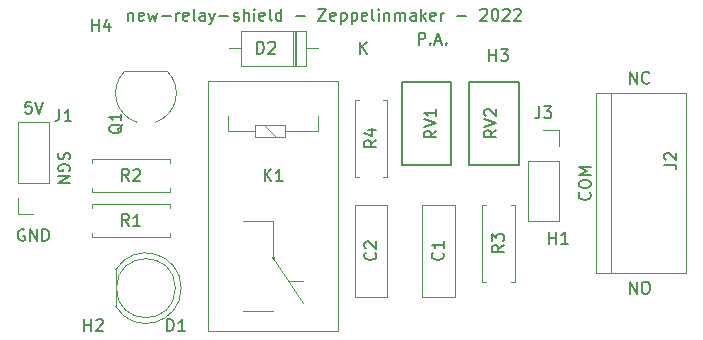
<source format=gbr>
G04 #@! TF.GenerationSoftware,KiCad,Pcbnew,(5.1.4-0-10_14)*
G04 #@! TF.CreationDate,2022-05-28T07:52:33+02:00*
G04 #@! TF.ProjectId,new_rele,6e65775f-7265-46c6-952e-6b696361645f,rev?*
G04 #@! TF.SameCoordinates,Original*
G04 #@! TF.FileFunction,Legend,Top*
G04 #@! TF.FilePolarity,Positive*
%FSLAX46Y46*%
G04 Gerber Fmt 4.6, Leading zero omitted, Abs format (unit mm)*
G04 Created by KiCad (PCBNEW (5.1.4-0-10_14)) date 2022-05-28 07:52:33*
%MOMM*%
%LPD*%
G04 APERTURE LIST*
%ADD10C,0.150000*%
%ADD11C,0.120000*%
G04 APERTURE END LIST*
D10*
X68175333Y-47950380D02*
X68175333Y-46950380D01*
X68556285Y-46950380D01*
X68651523Y-46998000D01*
X68699142Y-47045619D01*
X68746761Y-47140857D01*
X68746761Y-47283714D01*
X68699142Y-47378952D01*
X68651523Y-47426571D01*
X68556285Y-47474190D01*
X68175333Y-47474190D01*
X69175333Y-47855142D02*
X69222952Y-47902761D01*
X69175333Y-47950380D01*
X69127714Y-47902761D01*
X69175333Y-47855142D01*
X69175333Y-47950380D01*
X69603904Y-47664666D02*
X70080095Y-47664666D01*
X69508666Y-47950380D02*
X69842000Y-46950380D01*
X70175333Y-47950380D01*
X70508666Y-47855142D02*
X70556285Y-47902761D01*
X70508666Y-47950380D01*
X70461047Y-47902761D01*
X70508666Y-47855142D01*
X70508666Y-47950380D01*
X43602761Y-45251714D02*
X43602761Y-45918380D01*
X43602761Y-45346952D02*
X43650380Y-45299333D01*
X43745619Y-45251714D01*
X43888476Y-45251714D01*
X43983714Y-45299333D01*
X44031333Y-45394571D01*
X44031333Y-45918380D01*
X44888476Y-45870761D02*
X44793238Y-45918380D01*
X44602761Y-45918380D01*
X44507523Y-45870761D01*
X44459904Y-45775523D01*
X44459904Y-45394571D01*
X44507523Y-45299333D01*
X44602761Y-45251714D01*
X44793238Y-45251714D01*
X44888476Y-45299333D01*
X44936095Y-45394571D01*
X44936095Y-45489809D01*
X44459904Y-45585047D01*
X45269428Y-45251714D02*
X45459904Y-45918380D01*
X45650380Y-45442190D01*
X45840857Y-45918380D01*
X46031333Y-45251714D01*
X46412285Y-45537428D02*
X47174190Y-45537428D01*
X47650380Y-45918380D02*
X47650380Y-45251714D01*
X47650380Y-45442190D02*
X47698000Y-45346952D01*
X47745619Y-45299333D01*
X47840857Y-45251714D01*
X47936095Y-45251714D01*
X48650380Y-45870761D02*
X48555142Y-45918380D01*
X48364666Y-45918380D01*
X48269428Y-45870761D01*
X48221809Y-45775523D01*
X48221809Y-45394571D01*
X48269428Y-45299333D01*
X48364666Y-45251714D01*
X48555142Y-45251714D01*
X48650380Y-45299333D01*
X48698000Y-45394571D01*
X48698000Y-45489809D01*
X48221809Y-45585047D01*
X49269428Y-45918380D02*
X49174190Y-45870761D01*
X49126571Y-45775523D01*
X49126571Y-44918380D01*
X50078952Y-45918380D02*
X50078952Y-45394571D01*
X50031333Y-45299333D01*
X49936095Y-45251714D01*
X49745619Y-45251714D01*
X49650380Y-45299333D01*
X50078952Y-45870761D02*
X49983714Y-45918380D01*
X49745619Y-45918380D01*
X49650380Y-45870761D01*
X49602761Y-45775523D01*
X49602761Y-45680285D01*
X49650380Y-45585047D01*
X49745619Y-45537428D01*
X49983714Y-45537428D01*
X50078952Y-45489809D01*
X50459904Y-45251714D02*
X50698000Y-45918380D01*
X50936095Y-45251714D02*
X50698000Y-45918380D01*
X50602761Y-46156476D01*
X50555142Y-46204095D01*
X50459904Y-46251714D01*
X51317047Y-45537428D02*
X52078952Y-45537428D01*
X52507523Y-45870761D02*
X52602761Y-45918380D01*
X52793238Y-45918380D01*
X52888476Y-45870761D01*
X52936095Y-45775523D01*
X52936095Y-45727904D01*
X52888476Y-45632666D01*
X52793238Y-45585047D01*
X52650380Y-45585047D01*
X52555142Y-45537428D01*
X52507523Y-45442190D01*
X52507523Y-45394571D01*
X52555142Y-45299333D01*
X52650380Y-45251714D01*
X52793238Y-45251714D01*
X52888476Y-45299333D01*
X53364666Y-45918380D02*
X53364666Y-44918380D01*
X53793238Y-45918380D02*
X53793238Y-45394571D01*
X53745619Y-45299333D01*
X53650380Y-45251714D01*
X53507523Y-45251714D01*
X53412285Y-45299333D01*
X53364666Y-45346952D01*
X54269428Y-45918380D02*
X54269428Y-45251714D01*
X54269428Y-44918380D02*
X54221809Y-44966000D01*
X54269428Y-45013619D01*
X54317047Y-44966000D01*
X54269428Y-44918380D01*
X54269428Y-45013619D01*
X55126571Y-45870761D02*
X55031333Y-45918380D01*
X54840857Y-45918380D01*
X54745619Y-45870761D01*
X54698000Y-45775523D01*
X54698000Y-45394571D01*
X54745619Y-45299333D01*
X54840857Y-45251714D01*
X55031333Y-45251714D01*
X55126571Y-45299333D01*
X55174190Y-45394571D01*
X55174190Y-45489809D01*
X54698000Y-45585047D01*
X55745619Y-45918380D02*
X55650380Y-45870761D01*
X55602761Y-45775523D01*
X55602761Y-44918380D01*
X56555142Y-45918380D02*
X56555142Y-44918380D01*
X56555142Y-45870761D02*
X56459904Y-45918380D01*
X56269428Y-45918380D01*
X56174190Y-45870761D01*
X56126571Y-45823142D01*
X56078952Y-45727904D01*
X56078952Y-45442190D01*
X56126571Y-45346952D01*
X56174190Y-45299333D01*
X56269428Y-45251714D01*
X56459904Y-45251714D01*
X56555142Y-45299333D01*
X57793238Y-45537428D02*
X58555142Y-45537428D01*
X59698000Y-44918380D02*
X60364666Y-44918380D01*
X59698000Y-45918380D01*
X60364666Y-45918380D01*
X61126571Y-45870761D02*
X61031333Y-45918380D01*
X60840857Y-45918380D01*
X60745619Y-45870761D01*
X60698000Y-45775523D01*
X60698000Y-45394571D01*
X60745619Y-45299333D01*
X60840857Y-45251714D01*
X61031333Y-45251714D01*
X61126571Y-45299333D01*
X61174190Y-45394571D01*
X61174190Y-45489809D01*
X60698000Y-45585047D01*
X61602761Y-45251714D02*
X61602761Y-46251714D01*
X61602761Y-45299333D02*
X61698000Y-45251714D01*
X61888476Y-45251714D01*
X61983714Y-45299333D01*
X62031333Y-45346952D01*
X62078952Y-45442190D01*
X62078952Y-45727904D01*
X62031333Y-45823142D01*
X61983714Y-45870761D01*
X61888476Y-45918380D01*
X61698000Y-45918380D01*
X61602761Y-45870761D01*
X62507523Y-45251714D02*
X62507523Y-46251714D01*
X62507523Y-45299333D02*
X62602761Y-45251714D01*
X62793238Y-45251714D01*
X62888476Y-45299333D01*
X62936095Y-45346952D01*
X62983714Y-45442190D01*
X62983714Y-45727904D01*
X62936095Y-45823142D01*
X62888476Y-45870761D01*
X62793238Y-45918380D01*
X62602761Y-45918380D01*
X62507523Y-45870761D01*
X63793238Y-45870761D02*
X63698000Y-45918380D01*
X63507523Y-45918380D01*
X63412285Y-45870761D01*
X63364666Y-45775523D01*
X63364666Y-45394571D01*
X63412285Y-45299333D01*
X63507523Y-45251714D01*
X63698000Y-45251714D01*
X63793238Y-45299333D01*
X63840857Y-45394571D01*
X63840857Y-45489809D01*
X63364666Y-45585047D01*
X64412285Y-45918380D02*
X64317047Y-45870761D01*
X64269428Y-45775523D01*
X64269428Y-44918380D01*
X64793238Y-45918380D02*
X64793238Y-45251714D01*
X64793238Y-44918380D02*
X64745619Y-44966000D01*
X64793238Y-45013619D01*
X64840857Y-44966000D01*
X64793238Y-44918380D01*
X64793238Y-45013619D01*
X65269428Y-45251714D02*
X65269428Y-45918380D01*
X65269428Y-45346952D02*
X65317047Y-45299333D01*
X65412285Y-45251714D01*
X65555142Y-45251714D01*
X65650380Y-45299333D01*
X65698000Y-45394571D01*
X65698000Y-45918380D01*
X66174190Y-45918380D02*
X66174190Y-45251714D01*
X66174190Y-45346952D02*
X66221809Y-45299333D01*
X66317047Y-45251714D01*
X66459904Y-45251714D01*
X66555142Y-45299333D01*
X66602761Y-45394571D01*
X66602761Y-45918380D01*
X66602761Y-45394571D02*
X66650380Y-45299333D01*
X66745619Y-45251714D01*
X66888476Y-45251714D01*
X66983714Y-45299333D01*
X67031333Y-45394571D01*
X67031333Y-45918380D01*
X67936095Y-45918380D02*
X67936095Y-45394571D01*
X67888476Y-45299333D01*
X67793238Y-45251714D01*
X67602761Y-45251714D01*
X67507523Y-45299333D01*
X67936095Y-45870761D02*
X67840857Y-45918380D01*
X67602761Y-45918380D01*
X67507523Y-45870761D01*
X67459904Y-45775523D01*
X67459904Y-45680285D01*
X67507523Y-45585047D01*
X67602761Y-45537428D01*
X67840857Y-45537428D01*
X67936095Y-45489809D01*
X68412285Y-45918380D02*
X68412285Y-44918380D01*
X68507523Y-45537428D02*
X68793238Y-45918380D01*
X68793238Y-45251714D02*
X68412285Y-45632666D01*
X69602761Y-45870761D02*
X69507523Y-45918380D01*
X69317047Y-45918380D01*
X69221809Y-45870761D01*
X69174190Y-45775523D01*
X69174190Y-45394571D01*
X69221809Y-45299333D01*
X69317047Y-45251714D01*
X69507523Y-45251714D01*
X69602761Y-45299333D01*
X69650380Y-45394571D01*
X69650380Y-45489809D01*
X69174190Y-45585047D01*
X70078952Y-45918380D02*
X70078952Y-45251714D01*
X70078952Y-45442190D02*
X70126571Y-45346952D01*
X70174190Y-45299333D01*
X70269428Y-45251714D01*
X70364666Y-45251714D01*
X71459904Y-45537428D02*
X72221809Y-45537428D01*
X73412285Y-45013619D02*
X73459904Y-44966000D01*
X73555142Y-44918380D01*
X73793238Y-44918380D01*
X73888476Y-44966000D01*
X73936095Y-45013619D01*
X73983714Y-45108857D01*
X73983714Y-45204095D01*
X73936095Y-45346952D01*
X73364666Y-45918380D01*
X73983714Y-45918380D01*
X74602761Y-44918380D02*
X74698000Y-44918380D01*
X74793238Y-44966000D01*
X74840857Y-45013619D01*
X74888476Y-45108857D01*
X74936095Y-45299333D01*
X74936095Y-45537428D01*
X74888476Y-45727904D01*
X74840857Y-45823142D01*
X74793238Y-45870761D01*
X74698000Y-45918380D01*
X74602761Y-45918380D01*
X74507523Y-45870761D01*
X74459904Y-45823142D01*
X74412285Y-45727904D01*
X74364666Y-45537428D01*
X74364666Y-45299333D01*
X74412285Y-45108857D01*
X74459904Y-45013619D01*
X74507523Y-44966000D01*
X74602761Y-44918380D01*
X75317047Y-45013619D02*
X75364666Y-44966000D01*
X75459904Y-44918380D01*
X75698000Y-44918380D01*
X75793238Y-44966000D01*
X75840857Y-45013619D01*
X75888476Y-45108857D01*
X75888476Y-45204095D01*
X75840857Y-45346952D01*
X75269428Y-45918380D01*
X75888476Y-45918380D01*
X76269428Y-45013619D02*
X76317047Y-44966000D01*
X76412285Y-44918380D01*
X76650380Y-44918380D01*
X76745619Y-44966000D01*
X76793238Y-45013619D01*
X76840857Y-45108857D01*
X76840857Y-45204095D01*
X76793238Y-45346952D01*
X76221809Y-45918380D01*
X76840857Y-45918380D01*
X86082285Y-51252380D02*
X86082285Y-50252380D01*
X86653714Y-51252380D01*
X86653714Y-50252380D01*
X87701333Y-51157142D02*
X87653714Y-51204761D01*
X87510857Y-51252380D01*
X87415619Y-51252380D01*
X87272761Y-51204761D01*
X87177523Y-51109523D01*
X87129904Y-51014285D01*
X87082285Y-50823809D01*
X87082285Y-50680952D01*
X87129904Y-50490476D01*
X87177523Y-50395238D01*
X87272761Y-50300000D01*
X87415619Y-50252380D01*
X87510857Y-50252380D01*
X87653714Y-50300000D01*
X87701333Y-50347619D01*
X86058476Y-69032380D02*
X86058476Y-68032380D01*
X86629904Y-69032380D01*
X86629904Y-68032380D01*
X87296571Y-68032380D02*
X87487047Y-68032380D01*
X87582285Y-68080000D01*
X87677523Y-68175238D01*
X87725142Y-68365714D01*
X87725142Y-68699047D01*
X87677523Y-68889523D01*
X87582285Y-68984761D01*
X87487047Y-69032380D01*
X87296571Y-69032380D01*
X87201333Y-68984761D01*
X87106095Y-68889523D01*
X87058476Y-68699047D01*
X87058476Y-68365714D01*
X87106095Y-68175238D01*
X87201333Y-68080000D01*
X87296571Y-68032380D01*
X82653142Y-60475714D02*
X82700761Y-60523333D01*
X82748380Y-60666190D01*
X82748380Y-60761428D01*
X82700761Y-60904285D01*
X82605523Y-60999523D01*
X82510285Y-61047142D01*
X82319809Y-61094761D01*
X82176952Y-61094761D01*
X81986476Y-61047142D01*
X81891238Y-60999523D01*
X81796000Y-60904285D01*
X81748380Y-60761428D01*
X81748380Y-60666190D01*
X81796000Y-60523333D01*
X81843619Y-60475714D01*
X81748380Y-59856666D02*
X81748380Y-59666190D01*
X81796000Y-59570952D01*
X81891238Y-59475714D01*
X82081714Y-59428095D01*
X82415047Y-59428095D01*
X82605523Y-59475714D01*
X82700761Y-59570952D01*
X82748380Y-59666190D01*
X82748380Y-59856666D01*
X82700761Y-59951904D01*
X82605523Y-60047142D01*
X82415047Y-60094761D01*
X82081714Y-60094761D01*
X81891238Y-60047142D01*
X81796000Y-59951904D01*
X81748380Y-59856666D01*
X82748380Y-58999523D02*
X81748380Y-58999523D01*
X82462666Y-58666190D01*
X81748380Y-58332857D01*
X82748380Y-58332857D01*
X37695238Y-57110476D02*
X37647619Y-57253333D01*
X37647619Y-57491428D01*
X37695238Y-57586666D01*
X37742857Y-57634285D01*
X37838095Y-57681904D01*
X37933333Y-57681904D01*
X38028571Y-57634285D01*
X38076190Y-57586666D01*
X38123809Y-57491428D01*
X38171428Y-57300952D01*
X38219047Y-57205714D01*
X38266666Y-57158095D01*
X38361904Y-57110476D01*
X38457142Y-57110476D01*
X38552380Y-57158095D01*
X38600000Y-57205714D01*
X38647619Y-57300952D01*
X38647619Y-57539047D01*
X38600000Y-57681904D01*
X38600000Y-58634285D02*
X38647619Y-58539047D01*
X38647619Y-58396190D01*
X38600000Y-58253333D01*
X38504761Y-58158095D01*
X38409523Y-58110476D01*
X38219047Y-58062857D01*
X38076190Y-58062857D01*
X37885714Y-58110476D01*
X37790476Y-58158095D01*
X37695238Y-58253333D01*
X37647619Y-58396190D01*
X37647619Y-58491428D01*
X37695238Y-58634285D01*
X37742857Y-58681904D01*
X38076190Y-58681904D01*
X38076190Y-58491428D01*
X37647619Y-59110476D02*
X38647619Y-59110476D01*
X37647619Y-59681904D01*
X38647619Y-59681904D01*
X35369523Y-52792380D02*
X34893333Y-52792380D01*
X34845714Y-53268571D01*
X34893333Y-53220952D01*
X34988571Y-53173333D01*
X35226666Y-53173333D01*
X35321904Y-53220952D01*
X35369523Y-53268571D01*
X35417142Y-53363809D01*
X35417142Y-53601904D01*
X35369523Y-53697142D01*
X35321904Y-53744761D01*
X35226666Y-53792380D01*
X34988571Y-53792380D01*
X34893333Y-53744761D01*
X34845714Y-53697142D01*
X35702857Y-52792380D02*
X36036190Y-53792380D01*
X36369523Y-52792380D01*
X34798095Y-63635000D02*
X34702857Y-63587380D01*
X34560000Y-63587380D01*
X34417142Y-63635000D01*
X34321904Y-63730238D01*
X34274285Y-63825476D01*
X34226666Y-64015952D01*
X34226666Y-64158809D01*
X34274285Y-64349285D01*
X34321904Y-64444523D01*
X34417142Y-64539761D01*
X34560000Y-64587380D01*
X34655238Y-64587380D01*
X34798095Y-64539761D01*
X34845714Y-64492142D01*
X34845714Y-64158809D01*
X34655238Y-64158809D01*
X35274285Y-64587380D02*
X35274285Y-63587380D01*
X35845714Y-64587380D01*
X35845714Y-63587380D01*
X36321904Y-64587380D02*
X36321904Y-63587380D01*
X36560000Y-63587380D01*
X36702857Y-63635000D01*
X36798095Y-63730238D01*
X36845714Y-63825476D01*
X36893333Y-64015952D01*
X36893333Y-64158809D01*
X36845714Y-64349285D01*
X36798095Y-64444523D01*
X36702857Y-64539761D01*
X36560000Y-64587380D01*
X36321904Y-64587380D01*
D11*
X68480000Y-69315000D02*
X68480000Y-61575000D01*
X71220000Y-69315000D02*
X71220000Y-61575000D01*
X68480000Y-69315000D02*
X71220000Y-69315000D01*
X68480000Y-61575000D02*
X71220000Y-61575000D01*
X62765000Y-61575000D02*
X65505000Y-61575000D01*
X62765000Y-69315000D02*
X65505000Y-69315000D01*
X65505000Y-69315000D02*
X65505000Y-61575000D01*
X62765000Y-69315000D02*
X62765000Y-61575000D01*
X48075000Y-68580462D02*
G75*
G03X42525000Y-67035170I-2990000J462D01*
G01*
X48075000Y-68579538D02*
G75*
G02X42525000Y-70124830I-2990000J-462D01*
G01*
X47585000Y-68580000D02*
G75*
G03X47585000Y-68580000I-2500000J0D01*
G01*
X42525000Y-67035000D02*
X42525000Y-70125000D01*
X58600000Y-49730000D02*
X58600000Y-46790000D01*
X58600000Y-46790000D02*
X53160000Y-46790000D01*
X53160000Y-46790000D02*
X53160000Y-49730000D01*
X53160000Y-49730000D02*
X58600000Y-49730000D01*
X59620000Y-48260000D02*
X58600000Y-48260000D01*
X52140000Y-48260000D02*
X53160000Y-48260000D01*
X57700000Y-49730000D02*
X57700000Y-46790000D01*
X57580000Y-49730000D02*
X57580000Y-46790000D01*
X57820000Y-49730000D02*
X57820000Y-46790000D01*
X36890000Y-59690000D02*
X34230000Y-59690000D01*
X36890000Y-59690000D02*
X36890000Y-54550000D01*
X36890000Y-54550000D02*
X34230000Y-54550000D01*
X34230000Y-59690000D02*
X34230000Y-54550000D01*
X34230000Y-62290000D02*
X34230000Y-60960000D01*
X35560000Y-62290000D02*
X34230000Y-62290000D01*
X83185000Y-52070000D02*
X90805000Y-52070000D01*
X83185000Y-67310000D02*
X90805000Y-67310000D01*
X84455000Y-52070000D02*
X84455000Y-67310000D01*
X90805000Y-52070000D02*
X90805000Y-67310000D01*
X83185000Y-52070000D02*
X83185000Y-67310000D01*
X78740000Y-55185000D02*
X80070000Y-55185000D01*
X80070000Y-55185000D02*
X80070000Y-56515000D01*
X80070000Y-57785000D02*
X80070000Y-62925000D01*
X77410000Y-62925000D02*
X80070000Y-62925000D01*
X77410000Y-57785000D02*
X77410000Y-62925000D01*
X77410000Y-57785000D02*
X80070000Y-57785000D01*
X46885000Y-50220000D02*
X43285000Y-50220000D01*
X46896875Y-50228259D02*
G75*
G02X45905000Y-54520000I-1811875J-1841741D01*
G01*
X43276555Y-50242316D02*
G75*
G03X44305000Y-54520000I1808445J-1827684D01*
G01*
X47085000Y-64235000D02*
X47085000Y-63905000D01*
X40545000Y-64235000D02*
X47085000Y-64235000D01*
X40545000Y-63905000D02*
X40545000Y-64235000D01*
X47085000Y-61495000D02*
X47085000Y-61825000D01*
X40545000Y-61495000D02*
X47085000Y-61495000D01*
X40545000Y-61825000D02*
X40545000Y-61495000D01*
X47085000Y-60095000D02*
X47085000Y-60425000D01*
X47085000Y-60425000D02*
X40545000Y-60425000D01*
X40545000Y-60425000D02*
X40545000Y-60095000D01*
X47085000Y-58015000D02*
X47085000Y-57685000D01*
X47085000Y-57685000D02*
X40545000Y-57685000D01*
X40545000Y-57685000D02*
X40545000Y-58015000D01*
X75970000Y-61500000D02*
X76300000Y-61500000D01*
X76300000Y-61500000D02*
X76300000Y-68040000D01*
X76300000Y-68040000D02*
X75970000Y-68040000D01*
X73890000Y-61500000D02*
X73560000Y-61500000D01*
X73560000Y-61500000D02*
X73560000Y-68040000D01*
X73560000Y-68040000D02*
X73890000Y-68040000D01*
X65505000Y-52610000D02*
X65175000Y-52610000D01*
X65505000Y-59150000D02*
X65505000Y-52610000D01*
X65175000Y-59150000D02*
X65505000Y-59150000D01*
X62765000Y-52610000D02*
X63095000Y-52610000D01*
X62765000Y-59150000D02*
X62765000Y-52610000D01*
X63095000Y-59150000D02*
X62765000Y-59150000D01*
D10*
X70945000Y-58150000D02*
X70945000Y-51150000D01*
X66745000Y-58150000D02*
X66745000Y-51150000D01*
X66745000Y-51150000D02*
X70945000Y-51150000D01*
X66745000Y-58150000D02*
X70945000Y-58150000D01*
X72460000Y-58150000D02*
X76660000Y-58150000D01*
X72460000Y-51150000D02*
X76660000Y-51150000D01*
X72460000Y-58150000D02*
X72460000Y-51150000D01*
X76660000Y-58150000D02*
X76660000Y-51150000D01*
D11*
X53340000Y-70485000D02*
X55880000Y-70485000D01*
X55880000Y-66040000D02*
X58420000Y-69850000D01*
X58420000Y-67945000D02*
X57150000Y-67945000D01*
X53340000Y-62865000D02*
X55880000Y-62865000D01*
X55880000Y-62865000D02*
X55880000Y-66040000D01*
X55120000Y-54735000D02*
X56130000Y-55755000D01*
X59690000Y-55245000D02*
X59690000Y-53975000D01*
X56900000Y-55245000D02*
X59690000Y-55245000D01*
X52070000Y-55245000D02*
X54360000Y-55245000D01*
X52070000Y-53975000D02*
X52070000Y-55245000D01*
X54360000Y-55245000D02*
X54360000Y-54735000D01*
X54360000Y-54735000D02*
X56900000Y-54735000D01*
X56900000Y-54735000D02*
X56900000Y-55245000D01*
X56900000Y-55245000D02*
X56900000Y-55755000D01*
X56900000Y-55755000D02*
X54360000Y-55755000D01*
X54360000Y-55755000D02*
X54360000Y-55245000D01*
X50380000Y-51025000D02*
X50380000Y-72165000D01*
X50380000Y-72165000D02*
X61380000Y-72165000D01*
X50380000Y-51025000D02*
X61380000Y-51025000D01*
X61380000Y-51025000D02*
X61380000Y-72165000D01*
X56007000Y-66040000D02*
G75*
G03X56007000Y-66040000I-127000J0D01*
G01*
D10*
X70207142Y-65571666D02*
X70254761Y-65619285D01*
X70302380Y-65762142D01*
X70302380Y-65857380D01*
X70254761Y-66000238D01*
X70159523Y-66095476D01*
X70064285Y-66143095D01*
X69873809Y-66190714D01*
X69730952Y-66190714D01*
X69540476Y-66143095D01*
X69445238Y-66095476D01*
X69350000Y-66000238D01*
X69302380Y-65857380D01*
X69302380Y-65762142D01*
X69350000Y-65619285D01*
X69397619Y-65571666D01*
X70302380Y-64619285D02*
X70302380Y-65190714D01*
X70302380Y-64905000D02*
X69302380Y-64905000D01*
X69445238Y-65000238D01*
X69540476Y-65095476D01*
X69588095Y-65190714D01*
X64492142Y-65571666D02*
X64539761Y-65619285D01*
X64587380Y-65762142D01*
X64587380Y-65857380D01*
X64539761Y-66000238D01*
X64444523Y-66095476D01*
X64349285Y-66143095D01*
X64158809Y-66190714D01*
X64015952Y-66190714D01*
X63825476Y-66143095D01*
X63730238Y-66095476D01*
X63635000Y-66000238D01*
X63587380Y-65857380D01*
X63587380Y-65762142D01*
X63635000Y-65619285D01*
X63682619Y-65571666D01*
X63682619Y-65190714D02*
X63635000Y-65143095D01*
X63587380Y-65047857D01*
X63587380Y-64809761D01*
X63635000Y-64714523D01*
X63682619Y-64666904D01*
X63777857Y-64619285D01*
X63873095Y-64619285D01*
X64015952Y-64666904D01*
X64587380Y-65238333D01*
X64587380Y-64619285D01*
X46886904Y-72207380D02*
X46886904Y-71207380D01*
X47125000Y-71207380D01*
X47267857Y-71255000D01*
X47363095Y-71350238D01*
X47410714Y-71445476D01*
X47458333Y-71635952D01*
X47458333Y-71778809D01*
X47410714Y-71969285D01*
X47363095Y-72064523D01*
X47267857Y-72159761D01*
X47125000Y-72207380D01*
X46886904Y-72207380D01*
X48410714Y-72207380D02*
X47839285Y-72207380D01*
X48125000Y-72207380D02*
X48125000Y-71207380D01*
X48029761Y-71350238D01*
X47934523Y-71445476D01*
X47839285Y-71493095D01*
X54506904Y-48712380D02*
X54506904Y-47712380D01*
X54745000Y-47712380D01*
X54887857Y-47760000D01*
X54983095Y-47855238D01*
X55030714Y-47950476D01*
X55078333Y-48140952D01*
X55078333Y-48283809D01*
X55030714Y-48474285D01*
X54983095Y-48569523D01*
X54887857Y-48664761D01*
X54745000Y-48712380D01*
X54506904Y-48712380D01*
X55459285Y-47807619D02*
X55506904Y-47760000D01*
X55602142Y-47712380D01*
X55840238Y-47712380D01*
X55935476Y-47760000D01*
X55983095Y-47807619D01*
X56030714Y-47902857D01*
X56030714Y-47998095D01*
X55983095Y-48140952D01*
X55411666Y-48712380D01*
X56030714Y-48712380D01*
X63238095Y-48712380D02*
X63238095Y-47712380D01*
X63809523Y-48712380D02*
X63380952Y-48140952D01*
X63809523Y-47712380D02*
X63238095Y-48283809D01*
X37766666Y-53427380D02*
X37766666Y-54141666D01*
X37719047Y-54284523D01*
X37623809Y-54379761D01*
X37480952Y-54427380D01*
X37385714Y-54427380D01*
X38766666Y-54427380D02*
X38195238Y-54427380D01*
X38480952Y-54427380D02*
X38480952Y-53427380D01*
X38385714Y-53570238D01*
X38290476Y-53665476D01*
X38195238Y-53713095D01*
X88987380Y-58118333D02*
X89701666Y-58118333D01*
X89844523Y-58165952D01*
X89939761Y-58261190D01*
X89987380Y-58404047D01*
X89987380Y-58499285D01*
X89082619Y-57689761D02*
X89035000Y-57642142D01*
X88987380Y-57546904D01*
X88987380Y-57308809D01*
X89035000Y-57213571D01*
X89082619Y-57165952D01*
X89177857Y-57118333D01*
X89273095Y-57118333D01*
X89415952Y-57165952D01*
X89987380Y-57737380D01*
X89987380Y-57118333D01*
X78406666Y-53197380D02*
X78406666Y-53911666D01*
X78359047Y-54054523D01*
X78263809Y-54149761D01*
X78120952Y-54197380D01*
X78025714Y-54197380D01*
X78787619Y-53197380D02*
X79406666Y-53197380D01*
X79073333Y-53578333D01*
X79216190Y-53578333D01*
X79311428Y-53625952D01*
X79359047Y-53673571D01*
X79406666Y-53768809D01*
X79406666Y-54006904D01*
X79359047Y-54102142D01*
X79311428Y-54149761D01*
X79216190Y-54197380D01*
X78930476Y-54197380D01*
X78835238Y-54149761D01*
X78787619Y-54102142D01*
X43092619Y-54705238D02*
X43045000Y-54800476D01*
X42949761Y-54895714D01*
X42806904Y-55038571D01*
X42759285Y-55133809D01*
X42759285Y-55229047D01*
X42997380Y-55181428D02*
X42949761Y-55276666D01*
X42854523Y-55371904D01*
X42664047Y-55419523D01*
X42330714Y-55419523D01*
X42140238Y-55371904D01*
X42045000Y-55276666D01*
X41997380Y-55181428D01*
X41997380Y-54990952D01*
X42045000Y-54895714D01*
X42140238Y-54800476D01*
X42330714Y-54752857D01*
X42664047Y-54752857D01*
X42854523Y-54800476D01*
X42949761Y-54895714D01*
X42997380Y-54990952D01*
X42997380Y-55181428D01*
X42997380Y-53800476D02*
X42997380Y-54371904D01*
X42997380Y-54086190D02*
X41997380Y-54086190D01*
X42140238Y-54181428D01*
X42235476Y-54276666D01*
X42283095Y-54371904D01*
X43648333Y-63317380D02*
X43315000Y-62841190D01*
X43076904Y-63317380D02*
X43076904Y-62317380D01*
X43457857Y-62317380D01*
X43553095Y-62365000D01*
X43600714Y-62412619D01*
X43648333Y-62507857D01*
X43648333Y-62650714D01*
X43600714Y-62745952D01*
X43553095Y-62793571D01*
X43457857Y-62841190D01*
X43076904Y-62841190D01*
X44600714Y-63317380D02*
X44029285Y-63317380D01*
X44315000Y-63317380D02*
X44315000Y-62317380D01*
X44219761Y-62460238D01*
X44124523Y-62555476D01*
X44029285Y-62603095D01*
X43648333Y-59507380D02*
X43315000Y-59031190D01*
X43076904Y-59507380D02*
X43076904Y-58507380D01*
X43457857Y-58507380D01*
X43553095Y-58555000D01*
X43600714Y-58602619D01*
X43648333Y-58697857D01*
X43648333Y-58840714D01*
X43600714Y-58935952D01*
X43553095Y-58983571D01*
X43457857Y-59031190D01*
X43076904Y-59031190D01*
X44029285Y-58602619D02*
X44076904Y-58555000D01*
X44172142Y-58507380D01*
X44410238Y-58507380D01*
X44505476Y-58555000D01*
X44553095Y-58602619D01*
X44600714Y-58697857D01*
X44600714Y-58793095D01*
X44553095Y-58935952D01*
X43981666Y-59507380D01*
X44600714Y-59507380D01*
X75382380Y-64936666D02*
X74906190Y-65270000D01*
X75382380Y-65508095D02*
X74382380Y-65508095D01*
X74382380Y-65127142D01*
X74430000Y-65031904D01*
X74477619Y-64984285D01*
X74572857Y-64936666D01*
X74715714Y-64936666D01*
X74810952Y-64984285D01*
X74858571Y-65031904D01*
X74906190Y-65127142D01*
X74906190Y-65508095D01*
X74382380Y-64603333D02*
X74382380Y-63984285D01*
X74763333Y-64317619D01*
X74763333Y-64174761D01*
X74810952Y-64079523D01*
X74858571Y-64031904D01*
X74953809Y-63984285D01*
X75191904Y-63984285D01*
X75287142Y-64031904D01*
X75334761Y-64079523D01*
X75382380Y-64174761D01*
X75382380Y-64460476D01*
X75334761Y-64555714D01*
X75287142Y-64603333D01*
X64587380Y-56046666D02*
X64111190Y-56380000D01*
X64587380Y-56618095D02*
X63587380Y-56618095D01*
X63587380Y-56237142D01*
X63635000Y-56141904D01*
X63682619Y-56094285D01*
X63777857Y-56046666D01*
X63920714Y-56046666D01*
X64015952Y-56094285D01*
X64063571Y-56141904D01*
X64111190Y-56237142D01*
X64111190Y-56618095D01*
X63920714Y-55189523D02*
X64587380Y-55189523D01*
X63539761Y-55427619D02*
X64254047Y-55665714D01*
X64254047Y-55046666D01*
X69667380Y-55245238D02*
X69191190Y-55578571D01*
X69667380Y-55816666D02*
X68667380Y-55816666D01*
X68667380Y-55435714D01*
X68715000Y-55340476D01*
X68762619Y-55292857D01*
X68857857Y-55245238D01*
X69000714Y-55245238D01*
X69095952Y-55292857D01*
X69143571Y-55340476D01*
X69191190Y-55435714D01*
X69191190Y-55816666D01*
X68667380Y-54959523D02*
X69667380Y-54626190D01*
X68667380Y-54292857D01*
X69667380Y-53435714D02*
X69667380Y-54007142D01*
X69667380Y-53721428D02*
X68667380Y-53721428D01*
X68810238Y-53816666D01*
X68905476Y-53911904D01*
X68953095Y-54007142D01*
X74747380Y-55205238D02*
X74271190Y-55538571D01*
X74747380Y-55776666D02*
X73747380Y-55776666D01*
X73747380Y-55395714D01*
X73795000Y-55300476D01*
X73842619Y-55252857D01*
X73937857Y-55205238D01*
X74080714Y-55205238D01*
X74175952Y-55252857D01*
X74223571Y-55300476D01*
X74271190Y-55395714D01*
X74271190Y-55776666D01*
X73747380Y-54919523D02*
X74747380Y-54586190D01*
X73747380Y-54252857D01*
X73842619Y-53967142D02*
X73795000Y-53919523D01*
X73747380Y-53824285D01*
X73747380Y-53586190D01*
X73795000Y-53490952D01*
X73842619Y-53443333D01*
X73937857Y-53395714D01*
X74033095Y-53395714D01*
X74175952Y-53443333D01*
X74747380Y-54014761D01*
X74747380Y-53395714D01*
X55141904Y-59507380D02*
X55141904Y-58507380D01*
X55713333Y-59507380D02*
X55284761Y-58935952D01*
X55713333Y-58507380D02*
X55141904Y-59078809D01*
X56665714Y-59507380D02*
X56094285Y-59507380D01*
X56380000Y-59507380D02*
X56380000Y-58507380D01*
X56284761Y-58650238D01*
X56189523Y-58745476D01*
X56094285Y-58793095D01*
X79248095Y-64832380D02*
X79248095Y-63832380D01*
X79248095Y-64308571D02*
X79819523Y-64308571D01*
X79819523Y-64832380D02*
X79819523Y-63832380D01*
X80819523Y-64832380D02*
X80248095Y-64832380D01*
X80533809Y-64832380D02*
X80533809Y-63832380D01*
X80438571Y-63975238D01*
X80343333Y-64070476D01*
X80248095Y-64118095D01*
X39878095Y-72207380D02*
X39878095Y-71207380D01*
X39878095Y-71683571D02*
X40449523Y-71683571D01*
X40449523Y-72207380D02*
X40449523Y-71207380D01*
X40878095Y-71302619D02*
X40925714Y-71255000D01*
X41020952Y-71207380D01*
X41259047Y-71207380D01*
X41354285Y-71255000D01*
X41401904Y-71302619D01*
X41449523Y-71397857D01*
X41449523Y-71493095D01*
X41401904Y-71635952D01*
X40830476Y-72207380D01*
X41449523Y-72207380D01*
X74168095Y-49347380D02*
X74168095Y-48347380D01*
X74168095Y-48823571D02*
X74739523Y-48823571D01*
X74739523Y-49347380D02*
X74739523Y-48347380D01*
X75120476Y-48347380D02*
X75739523Y-48347380D01*
X75406190Y-48728333D01*
X75549047Y-48728333D01*
X75644285Y-48775952D01*
X75691904Y-48823571D01*
X75739523Y-48918809D01*
X75739523Y-49156904D01*
X75691904Y-49252142D01*
X75644285Y-49299761D01*
X75549047Y-49347380D01*
X75263333Y-49347380D01*
X75168095Y-49299761D01*
X75120476Y-49252142D01*
X40513095Y-46807380D02*
X40513095Y-45807380D01*
X40513095Y-46283571D02*
X41084523Y-46283571D01*
X41084523Y-46807380D02*
X41084523Y-45807380D01*
X41989285Y-46140714D02*
X41989285Y-46807380D01*
X41751190Y-45759761D02*
X41513095Y-46474047D01*
X42132142Y-46474047D01*
M02*

</source>
